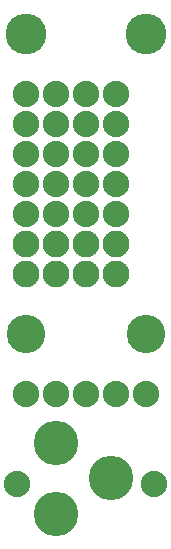
<source format=gts>
G04 MADE WITH FRITZING*
G04 WWW.FRITZING.ORG*
G04 DOUBLE SIDED*
G04 HOLES PLATED*
G04 CONTOUR ON CENTER OF CONTOUR VECTOR*
%ASAXBY*%
%FSLAX23Y23*%
%MOIN*%
%OFA0B0*%
%SFA1.0B1.0*%
%ADD10C,0.089370*%
%ADD11C,0.088000*%
%ADD12C,0.135984*%
%ADD13C,0.128110*%
%ADD14C,0.148425*%
%LNMASK1*%
G90*
G70*
G54D10*
X103Y1101D03*
X203Y1101D03*
X303Y1101D03*
X403Y1101D03*
X103Y1001D03*
X203Y1001D03*
X303Y1001D03*
X403Y1001D03*
G54D11*
X403Y1201D03*
X403Y1301D03*
X403Y1401D03*
X403Y1501D03*
X403Y1601D03*
X303Y1201D03*
X303Y1301D03*
X303Y1401D03*
X303Y1501D03*
X303Y1601D03*
X203Y1201D03*
X203Y1301D03*
X203Y1401D03*
X203Y1501D03*
X203Y1601D03*
X103Y1201D03*
X103Y1301D03*
X103Y1401D03*
X103Y1501D03*
X103Y1601D03*
G54D12*
X503Y1801D03*
X103Y1801D03*
G54D13*
X103Y801D03*
X503Y801D03*
G54D14*
X387Y320D03*
X203Y436D03*
X203Y201D03*
G54D11*
X103Y601D03*
X203Y601D03*
X303Y601D03*
X403Y601D03*
X503Y601D03*
X75Y301D03*
X531Y301D03*
G04 End of Mask1*
M02*
</source>
